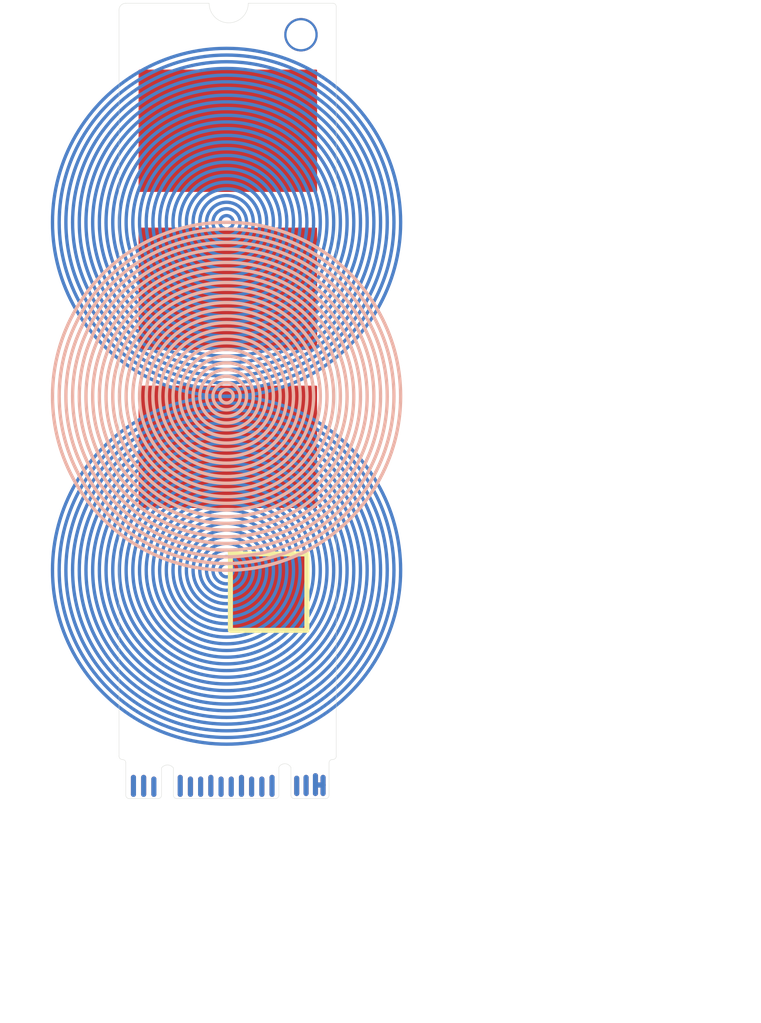
<source format=kicad_pcb>
(kicad_pcb (version 20221018) (generator pcbnew)

  (general
    (thickness 1.6)
  )

  (paper "A4")
  (layers
    (0 "F.Cu" signal)
    (31 "B.Cu" signal)
    (32 "B.Adhes" user "B.Adhesive")
    (33 "F.Adhes" user "F.Adhesive")
    (34 "B.Paste" user)
    (35 "F.Paste" user)
    (36 "B.SilkS" user "B.Silkscreen")
    (37 "F.SilkS" user "F.Silkscreen")
    (38 "B.Mask" user)
    (39 "F.Mask" user)
    (40 "Dwgs.User" user "User.Drawings")
    (41 "Cmts.User" user "User.Comments")
    (42 "Eco1.User" user "User.Eco1")
    (43 "Eco2.User" user "User.Eco2")
    (44 "Edge.Cuts" user)
    (45 "Margin" user)
    (46 "B.CrtYd" user "B.Courtyard")
    (47 "F.CrtYd" user "F.Courtyard")
    (48 "B.Fab" user)
    (49 "F.Fab" user)
    (50 "User.1" user)
    (51 "User.2" user)
    (52 "User.3" user)
    (53 "User.4" user)
    (54 "User.5" user)
    (55 "User.6" user)
    (56 "User.7" user)
    (57 "User.8" user)
    (58 "User.9" user)
  )

  (setup
    (stackup
      (layer "F.SilkS" (type "Top Silk Screen"))
      (layer "F.Paste" (type "Top Solder Paste"))
      (layer "F.Mask" (type "Top Solder Mask") (thickness 0.01))
      (layer "F.Cu" (type "copper") (thickness 0.035))
      (layer "dielectric 1" (type "core") (thickness 1.51) (material "FR4") (epsilon_r 4.5) (loss_tangent 0.02))
      (layer "B.Cu" (type "copper") (thickness 0.035))
      (layer "B.Mask" (type "Bottom Solder Mask") (thickness 0.01))
      (layer "B.Paste" (type "Bottom Solder Paste"))
      (layer "B.SilkS" (type "Bottom Silk Screen"))
      (copper_finish "None")
      (dielectric_constraints no)
    )
    (pad_to_mask_clearance 0)
    (pcbplotparams
      (layerselection 0x00010fc_ffffffff)
      (plot_on_all_layers_selection 0x0000000_00000000)
      (disableapertmacros false)
      (usegerberextensions false)
      (usegerberattributes true)
      (usegerberadvancedattributes true)
      (creategerberjobfile true)
      (dashed_line_dash_ratio 12.000000)
      (dashed_line_gap_ratio 3.000000)
      (svgprecision 4)
      (plotframeref false)
      (viasonmask false)
      (mode 1)
      (useauxorigin false)
      (hpglpennumber 1)
      (hpglpenspeed 20)
      (hpglpendiameter 15.000000)
      (dxfpolygonmode true)
      (dxfimperialunits true)
      (dxfusepcbnewfont true)
      (psnegative false)
      (psa4output false)
      (plotreference true)
      (plotvalue true)
      (plotinvisibletext false)
      (sketchpadsonfab false)
      (subtractmaskfromsilk false)
      (outputformat 1)
      (mirror false)
      (drillshape 1)
      (scaleselection 1)
      (outputdirectory "")
    )
  )

  (net 0 "")

  (gr_rect (start 75.4634 49.0982) (end 77.597 51.2318)
    (stroke (width 0.01) (type solid)) (fill solid) (layer "F.Cu") (tstamp 5b8dfeba-a0d0-4050-86fe-af13a50caeab))
  (gr_rect (start 72.6694 39.2938) (end 77.9526 42.9006)
    (stroke (width 0.05) (type solid)) (fill solid) (layer "F.Cu") (tstamp 89c7667b-8469-49f2-b029-57ecc6a5d8db))
  (gr_rect (start 72.6694 34.5694) (end 77.9526 38.1762)
    (stroke (width 0.05) (type solid)) (fill solid) (layer "F.Cu") (tstamp b42c6b8b-337a-4b7f-829c-c5b27dba26b7))
  (gr_rect (start 72.6694 44.0182) (end 77.9526 47.625)
    (stroke (width 0.05) (type solid)) (fill solid) (layer "F.Cu") (tstamp e6226141-8d7d-4edb-bf15-1e78b75331d5))
  (gr_circle (center 75.2729 49.51) (end 76.8729 49.51)
    (stroke (width 0.1) (type default)) (fill none) (layer "B.Cu") (tstamp 05b92211-9d4e-469a-9792-ec4350bd09f4))
  (gr_circle (center 75.2729 39.11) (end 79.4729 39.11)
    (stroke (width 0.1) (type default)) (fill none) (layer "B.Cu") (tstamp 0803686f-129a-4ffa-bb91-5a6cc7669c43))
  (gr_circle (center 75.2729 49.51) (end 77.4729 49.51)
    (stroke (width 0.1) (type default)) (fill none) (layer "B.Cu") (tstamp 08930121-8ed3-4587-b4b1-39b5141b3d45))
  (gr_circle (center 75.2729 39.11) (end 80.0729 39.11)
    (stroke (width 0.1) (type default)) (fill none) (layer "B.Cu") (tstamp 0b9415a6-5f9f-423f-8b96-9f09c46ea858))
  (gr_circle (center 75.2729 49.51) (end 80.0729 49.51)
    (stroke (width 0.1) (type default)) (fill none) (layer "B.Cu") (tstamp 1485ad93-2f78-41b7-af6f-8da3e14d2aac))
  (gr_circle (center 75.2729 49.51) (end 78.6729 49.51)
    (stroke (width 0.1) (type default)) (fill none) (layer "B.Cu") (tstamp 1e1e5fe9-7b7e-4ef8-ac20-fcbd630345a5))
  (gr_circle (center 75.2729 39.11) (end 78.0729 39.11)
    (stroke (width 0.1) (type default)) (fill none) (layer "B.Cu") (tstamp 1f5efac4-33c2-465c-8519-ec061aed4a20))
  (gr_circle (center 75.2729 39.11) (end 78.4729 39.11)
    (stroke (width 0.1) (type default)) (fill none) (layer "B.Cu") (tstamp 206eb99d-8c6a-43db-8f6d-727b5700466f))
  (gr_circle (center 75.2729 39.11) (end 78.2729 39.11)
    (stroke (width 0.1) (type default)) (fill none) (layer "B.Cu") (tstamp 22808fe1-6492-4f0d-86f9-c13ce7eeee8f))
  (gr_circle (center 75.2729 39.11) (end 75.8729 39.11)
    (stroke (width 0.1) (type default)) (fill none) (layer "B.Cu") (tstamp 28a916d7-e9a5-4f5a-928f-8468b16379df))
  (gr_circle (center 75.2729 39.11) (end 77.4729 39.11)
    (stroke (width 0.1) (type default)) (fill none) (layer "B.Cu") (tstamp 2b55b5e4-dd3e-4d52-b926-c786d42e2479))
  (gr_circle (center 75.2729 49.51) (end 77.0729 49.51)
    (stroke (width 0.1) (type default)) (fill none) (layer "B.Cu") (tstamp 2c12bbab-d5b8-4142-8e9e-0c88ee6e15af))
  (gr_circle (center 75.2729 39.11) (end 79.8729 39.11)
    (stroke (width 0.1) (type default)) (fill none) (layer "B.Cu") (tstamp 30a92c08-0a89-4dfa-a18c-038dc49ad31a))
  (gr_circle (center 75.2729 49.51) (end 79.4729 49.51)
    (stroke (width 0.1) (type default)) (fill none) (layer "B.Cu") (tstamp 353bbd74-70c3-4545-a3cf-42b65eca20c1))
  (gr_circle (center 75.2729 49.51) (end 78.4729 49.51)
    (stroke (width 0.1) (type default)) (fill none) (layer "B.Cu") (tstamp 35abd959-5d65-4958-97e4-cc8d88548e67))
  (gr_circle (center 75.2729 39.11) (end 76.0729 39.11)
    (stroke (width 0.1) (type default)) (fill none) (layer "B.Cu") (tstamp 371d7906-6290-4473-9db0-dbe2e9e4917c))
  (gr_circle (center 75.2729 39.11) (end 80.2729 39.11)
    (stroke (width 0.1) (type default)) (fill none) (layer "B.Cu") (tstamp 3c203d0c-9d59-4800-bc83-81056d7874f3))
  (gr_circle (center 75.2729 39.11) (end 75.679498 39.11)
    (stroke (width 0.1) (type default)) (fill none) (layer "B.Cu") (tstamp 3c8294d3-5ed6-4d17-a6e8-4789fde227ab))
  (gr_circle (center 75.2729 39.11) (end 77.6729 39.11)
    (stroke (width 0.1) (type default)) (fill none) (layer "B.Cu") (tstamp 473ae0bb-4662-4065-aeda-a1a5e113f09a))
  (gr_circle (center 75.2729 49.51) (end 80.2729 49.51)
    (stroke (width 0.1) (type default)) (fill none) (layer "B.Cu") (tstamp 4dcb159a-d4da-4d41-a557-eb02b23ac1e1))
  (gr_circle (center 75.2729 49.51) (end 75.8729 49.51)
    (stroke (width 0.1) (type default)) (fill none) (layer "B.Cu") (tstamp 4fd21d0a-b291-4c46-941b-ac10b2bfa94e))
  (gr_circle (center 75.2729 49.51) (end 79.6729 49.51)
    (stroke (width 0.1) (type default)) (fill none) (layer "B.Cu") (tstamp 52ce8d05-bb6e-4321-b572-44501705c47b))
  (gr_circle (center 75.2729 39.11) (end 77.8729 39.11)
    (stroke (width 0.1) (type default)) (fill none) (layer "B.Cu") (tstamp 568ac417-09f8-41ad-8753-7759b8623e53))
  (gr_circle (center 75.2729 39.11) (end 78.6729 39.11)
    (stroke (width 0.1) (type default)) (fill none) (layer "B.Cu") (tstamp 57221733-1efd-4cfd-9111-3ea57a4c2426))
  (gr_circle (center 75.2729 39.11) (end 75.4729 39.11)
    (stroke (width 0.1) (type default)) (fill none) (layer "B.Cu") (tstamp 5d3542a3-7d9f-4e70-b210-bcb20cef865a))
  (gr_circle (center 75.2729 39.11) (end 78.8729 39.11)
    (stroke (width 0.1) (type default)) (fill none) (layer "B.Cu") (tstamp 6410703c-9d7e-40fa-ad92-a4947a56e11f))
  (gr_circle (center 75.2729 39.11) (end 76.4729 39.11)
    (stroke (width 0.1) (type default)) (fill none) (layer "B.Cu") (tstamp 66a6ed52-babe-44f0-a332-b716e2bd5c9f))
  (gr_circle (center 75.2729 39.11) (end 77.0729 39.11)
    (stroke (width 0.1) (type default)) (fill none) (layer "B.Cu") (tstamp 6758547b-4a88-4a11-aa2e-3dcaa85b0d4d))
  (gr_circle (center 75.2729 49.51) (end 75.679498 49.51)
    (stroke (width 0.1) (type default)) (fill none) (layer "B.Cu") (tstamp 689ac12a-1dba-4a24-b623-d4b287d9489f))
  (gr_circle (center 75.2729 39.11) (end 76.2729 39.11)
    (stroke (width 0.1) (type default)) (fill none) (layer "B.Cu") (tstamp 6a9d0572-ebe8-462d-a776-f93e9fa0f720))
  (gr_circle (center 75.2729 39.11) (end 80.4729 39.11)
    (stroke (width 0.1) (type default)) (fill none) (layer "B.Cu") (tstamp 6af81ef0-3f03-4046-a32e-7a4e7a2403bb))
  (gr_circle (center 75.2729 49.51) (end 80.4729 49.51)
    (stroke (width 0.1) (type default)) (fill none) (layer "B.Cu") (tstamp 6d3ca166-a0ea-4b90-a262-28e63c3c2ebd))
  (gr_circle (center 75.2729 39.11) (end 79.2729 39.11)
    (stroke (width 0.1) (type default)) (fill none) (layer "B.Cu") (tstamp 72788866-110d-4958-9f47-19f8943f8f54))
  (gr_circle (center 75.2729 49.51) (end 77.8729 49.51)
    (stroke (width 0.1) (type default)) (fill none) (layer "B.Cu") (tstamp 791c598f-d8de-40fc-9149-02700d532fe0))
  (gr_circle (center 75.2729 49.51) (end 77.6729 49.51)
    (stroke (width 0.1) (type default)) (fill none) (layer "B.Cu") (tstamp 85bc70a0-1754-4366-ab43-861dbb984be3))
  (gr_circle (center 75.2729 49.51) (end 78.8729 49.51)
    (stroke (width 0.1) (type default)) (fill none) (layer "B.Cu") (tstamp 879e1c18-d921-4b05-a644-28593ee66b61))
  (gr_circle (center 75.2729 49.51) (end 79.2729 49.51)
    (stroke (width 0.1) (type default)) (fill none) (layer "B.Cu") (tstamp 9203e247-5c4c-44d8-8635-2edf6a12a60a))
  (gr_circle (center 75.2729 49.51) (end 79.0729 49.51)
    (stroke (width 0.1) (type default)) (fill none) (layer "B.Cu") (tstamp 962b2d99-9edc-46c9-926d-9bc50f78910e))
  (gr_circle (center 75.2729 49.51) (end 76.4729 49.51)
    (stroke (width 0.1) (type default)) (fill none) (layer "B.Cu") (tstamp 96dba05c-570f-493b-af03-12925a40e734))
  (gr_circle (center 75.2729 49.51) (end 78.2729 49.51)
    (stroke (width 0.1) (type default)) (fill none) (layer "B.Cu") (tstamp aa4bd41f-9efa-4a06-bcab-b5c8d7a57899))
  (gr_circle (center 75.2729 49.51) (end 75.4729 49.51)
    (stroke (width 0.1) (type default)) (fill none) (layer "B.Cu") (tstamp ab5c716c-4a30-4620-ac91-34ecdb1fd496))
  (gr_circle (center 75.2729 39.11) (end 79.6729 39.11)
    (stroke (width 0.1) (type default)) (fill none) (layer "B.Cu") (tstamp b0442df0-b74c-4c16-a75f-5f002ebaa7e6))
  (gr_circle (center 75.2729 49.51) (end 79.8729 49.51)
    (stroke (width 0.1) (type default)) (fill none) (layer "B.Cu") (tstamp b9062631-35ec-4793-9b6f-2d477ee97963))
  (gr_circle (center 75.2729 39.11) (end 76.6729 39.11)
    (stroke (width 0.1) (type default)) (fill none) (layer "B.Cu") (tstamp bb2042c8-52f8-4cf4-b6b4-772554f7aeb7))
  (gr_circle (center 75.2729 39.11) (end 76.8729 39.11)
    (stroke (width 0.1) (type default)) (fill none) (layer "B.Cu") (tstamp c4a17181-ef31-42ab-b33c-6a92eb3e4679))
  (gr_circle (center 75.2729 39.11) (end 79.0729 39.11)
    (stroke (width 0.1) (type default)) (fill none) (layer "B.Cu") (tstamp c4cfcf91-359d-4355-9561-93093d3779ab))
  (gr_circle (center 75.2729 49.51) (end 76.2729 49.51)
    (stroke (width 0.1) (type default)) (fill none) (layer "B.Cu") (tstamp d5863235-2c13-4c5a-91fc-1231ec7eade9))
  (gr_circle (center 75.2729 39.11) (end 77.2729 39.11)
    (stroke (width 0.1) (type default)) (fill none) (layer "B.Cu") (tstamp d65b8f91-12ac-441c-a97d-986f21010595))
  (gr_circle (center 75.2729 49.51) (end 77.2729 49.51)
    (stroke (width 0.1) (type default)) (fill none) (layer "B.Cu") (tstamp d9e53614-e04c-4478-9fa3-f2cbcd892e90))
  (gr_circle (center 75.2729 49.51) (end 76.0729 49.51)
    (stroke (width 0.1) (type default)) (fill none) (layer "B.Cu") (tstamp dc7f0c6e-79fd-4e09-8d9c-47311ce6a6f9))
  (gr_circle (center 75.2729 49.51) (end 78.0729 49.51)
    (stroke (width 0.1) (type default)) (fill none) (layer "B.Cu") (tstamp df2fc426-6371-4757-bdd3-952e21499c5d))
  (gr_circle (center 75.2729 49.51) (end 76.6729 49.51)
    (stroke (width 0.1) (type default)) (fill none) (layer "B.Cu") (tstamp ebe2160e-143d-4495-b9a6-ab3af307c010))
  (gr_circle (center 75.2729 44.31) (end 75.4729 44.31)
    (stroke (width 0.1) (type default)) (fill none) (layer "B.SilkS") (tstamp 1135de3e-d546-4e2b-a05c-7c13f61722eb))
  (gr_circle (center 75.2729 44.31) (end 78.6729 44.31)
    (stroke (width 0.1) (type default)) (fill none) (layer "B.SilkS") (tstamp 251aafc3-3b57-4ab7-839e-94300b42bce8))
  (gr_circle (center 75.2729 44.31) (end 76.8729 44.31)
    (stroke (width 0.1) (type default)) (fill none) (layer "B.SilkS") (tstamp 25b7f601-9cff-4864-ae53-faa581119f80))
  (gr_circle (center 75.2729 44.31) (end 79.2729 44.31)
    (stroke (width 0.1) (type default)) (fill none) (layer "B.SilkS") (tstamp 25ead3ee-d331-47c4-9330-ef843e37862a))
  (gr_circle (center 75.2729 44.31) (end 80.2729 44.31)
    (stroke (width 0.1) (type default)) (fill none) (layer "B.SilkS") (tstamp 3c2ae1c3-ca67-4afc-88da-27033970f085))
  (gr_circle (center 75.2729 44.31) (end 76.4729 44.31)
    (stroke (width 0.1) (type default)) (fill none) (layer "B.SilkS") (tstamp 40f4d4c9-3eeb-4cf6-b202-3e34716cf6eb))
  (gr_circle (center 75.2729 44.31) (end 78.4729 44.31)
    (stroke (width 0.1) (type default)) (fill none) (layer "B.SilkS") (tstamp 4420ae7a-3c1f-4727-9310-89191ba9c682))
  (gr_circle (center 75.2729 44.31) (end 78.0729 44.31)
    (stroke (width 0.1) (type default)) (fill none) (layer "B.SilkS") (tstamp 4bd21295-a31b-493c-b9d2-159193be4167))
  (gr_circle (center 75.2729 44.31) (end 76.0729 44.31)
    (stroke (width 0.1) (type default)) (fill none) (layer "B.SilkS") (tstamp 4f631da7-9a8c-4586-b4a8-057e454d6ab2))
  (gr_circle (center 75.2729 44.31) (end 79.0729 44.31)
    (stroke (width 0.1) (type default)) (fill none) (layer "B.SilkS") (tstamp 60629ba6-f1f1-4b88-a1d6-bf58137a60b8))
  (gr_circle (center 75.2729 44.31) (end 77.0729 44.31)
    (stroke (width 0.1) (type default)) (fill none) (layer "B.SilkS") (tstamp 7428b22b-a14b-4481-87e7-d2aa8da4ab16))
  (gr_circle (center 75.2729 44.31) (end 79.8729 44.31)
    (stroke (width 0.1) (type default)) (fill none) (layer "B.SilkS") (tstamp 83e1287a-06af-4da3-8524-c8c31a00cd65))
  (gr_circle (center 75.2729 44.31) (end 78.8729 44.31)
    (stroke (width 0.1) (type default)) (fill none) (layer "B.SilkS") (tstamp 85fc4c70-e682-4689-af3c-d3f8ad1310e2))
  (gr_circle (center 75.2729 44.31) (end 75.8729 44.31)
    (stroke (width 0.1) (type default)) (fill none) (layer "B.SilkS") (tstamp 8fcd6631-d119-4583-8a52-8f5281b74fe2))
  (gr_circle (center 75.2729 44.31) (end 79.4729 44.31)
    (stroke (width 0.1) (type default)) (fill none) (layer "B.SilkS") (tstamp 992fb001-a1a7-4bdd-804a-44638a436b07))
  (gr_circle (center 75.2729 44.31) (end 75.679498 44.31)
    (stroke (width 0.1) (type default)) (fill none) (layer "B.SilkS") (tstamp 9e06fb69-60db-4d37-b2cb-504f52b6819a))
  (gr_circle (center 75.2729 44.31) (end 78.2729 44.31)
    (stroke (width 0.1) (type default)) (fill none) (layer "B.SilkS") (tstamp a47cbc26-acb3-445d-affa-41c22fa7c7f3))
  (gr_circle (center 75.2729 44.31) (end 77.4729 44.31)
    (stroke (width 0.1) (type default)) (fill none) (layer "B.SilkS") (tstamp c8c58867-0a8a-4f5e-87bb-d9413330eaf9))
  (gr_circle (center 75.2729 44.31) (end 77.6729 44.31)
    (stroke (width 0.1) (type default)) (fill none) (layer "B.SilkS") (tstamp d114981b-b000-4b8a-a547-327ccac70c93))
  (gr_circle (center 75.2729 44.31) (end 80.4729 44.31)
    (stroke (width 0.1) (type default)) (fill none) (layer "B.SilkS") (tstamp d97d6d8b-8562-441b-ab1d-f0f88bbf2bed))
  (gr_circle (center 75.2729 44.31) (end 76.2729 44.31)
    (stroke (width 0.1) (type default)) (fill none) (layer "B.SilkS") (tstamp dd2a3193-c83f-41ac-9d0e-f6fa739ba3b6))
  (gr_circle (center 75.2729 44.31) (end 77.2729 44.31)
    (stroke (width 0.1) (type default)) (fill none) (layer "B.SilkS") (tstamp de364fc9-e4f2-4a2e-840c-3ba26e3e0019))
  (gr_circle (center 75.2729 44.31) (end 76.6729 44.31)
    (stroke (width 0.1) (type default)) (fill none) (layer "B.SilkS") (tstamp e5549823-a6d5-4301-8d2b-f20765634b6f))
  (gr_circle (center 75.2729 44.31) (end 80.0729 44.31)
    (stroke (width 0.1) (type default)) (fill none) (layer "B.SilkS") (tstamp f29e7cab-01bf-41b6-a735-f8dcf32ccb82))
  (gr_circle (center 75.2729 44.31) (end 77.8729 44.31)
    (stroke (width 0.1) (type default)) (fill none) (layer "B.SilkS") (tstamp f40acc3d-0b7a-4c5d-ac18-f3263e18e51d))
  (gr_circle (center 75.2729 44.31) (end 79.6729 44.31)
    (stroke (width 0.1) (type default)) (fill none) (layer "B.SilkS") (tstamp fec39366-4df2-4236-8e43-b49ebaa4a24a))
  (gr_rect (start 75.3872 49.022) (end 77.6732 51.308)
    (stroke (width 0.15) (type default)) (fill none) (layer "F.SilkS") (tstamp 8446c222-f2b0-46a4-a2f0-85127cd459f0))
  (gr_circle (center 75.2729 49.51) (end 80.4729 49.51)
    (stroke (width 0.254) (type solid)) (fill solid) (layer "B.Mask") (tstamp 5b70ec8b-b328-494d-8137-87b9da26ca35))
  (gr_circle (center 75.2729 39.11) (end 80.4729 39.11)
    (stroke (width 0.254) (type solid)) (fill solid) (layer "B.Mask") (tstamp a5455bcb-813b-438b-8de3-3322e1e9b01e))
  (gr_rect (start 72.6694 34.5694) (end 77.9526 38.1762)
    (stroke (width 0.05) (type solid)) (fill solid) (layer "F.Mask") (tstamp 007f04ca-0f09-4690-af24-7ff42fd01193))
  (gr_rect (start 72.6694 44.0182) (end 77.9526 47.625)
    (stroke (width 0.05) (type solid)) (fill solid) (layer "F.Mask") (tstamp 02f7dbb5-9d04-4868-a232-db2972655c6f))
  (gr_rect (start 72.263 55.3466) (end 78.3336 56.3372)
    (stroke (width 0.0254) (type solid)) (fill solid) (layer "F.Mask") (tstamp 129c1c2c-e4f5-46de-a902-533e8bf5eb75))
  (gr_rect (start 75.4634 49.0982) (end 77.597 51.2318)
    (stroke (width 0.01) (type solid)) (fill solid) (layer "F.Mask") (tstamp 3625a93a-925f-46ea-8840-6351278ef56e))
  (gr_rect (start 72.6694 39.2938) (end 77.9526 42.9006)
    (stroke (width 0.05) (type solid)) (fill solid) (layer "F.Mask") (tstamp d427f55b-8ae6-4cc5-9948-eab62cc458df))
  (gr_arc (start 72.163 55.1688) (mid 72.233711 55.198089) (end 72.263 55.2688)
    (stroke (width 0.01) (type default)) (layer "Edge.Cuts") (tstamp 0139c63c-3890-4937-9219-dedfafe0f58c))
  (gr_arc (start 72.0598 32.7628) (mid 72.118379 32.621379) (end 72.2598 32.5628)
    (stroke (width 0.01) (type default)) (layer "Edge.Cuts") (tstamp 0bd0ff86-25d6-44ca-b9ad-6ef143dcfca7))
  (gr_line (start 72.263 55.2688) (end 72.263 56.2372)
    (stroke (width 0.01) (type default)) (layer "Edge.Cuts") (tstamp 10dd4769-b06a-4670-92eb-1cad812ac0b2))
  (gr_arc (start 76.835 55.3974) (mid 77.018482 55.294297) (end 77.195962 55.407419)
    (stroke (width 0.01) (type default)) (layer "Edge.Cuts") (tstamp 150d15f4-a7dd-4c68-9868-1664633a3220))
  (gr_line (start 73.7854 56.3372) (end 76.735 56.3372)
    (stroke (width 0.01) (type default)) (layer "Edge.Cuts") (tstamp 1a0d8c79-2826-4d79-a468-483e449359a4))
  (gr_line (start 76.835 56.2372) (end 76.835 55.3974)
    (stroke (width 0.01) (type default)) (layer "Edge.Cuts") (tstamp 1f9f22fa-ef2f-4556-9e26-d219383f635d))
  (gr_line (start 77.31 56.3372) (end 77.295962 56.3372)
    (stroke (width 0.01) (type default)) (layer "Edge.Cuts") (tstamp 24be0227-726e-4596-bb84-9c4157ea7382))
  (gr_arc (start 78.45 32.5628) (mid 78.520711 32.592089) (end 78.55 32.6628)
    (stroke (width 0.01) (type default)) (layer "Edge.Cuts") (tstamp 2bd137c2-c674-4a3c-bcb6-27e2e128178a))
  (gr_line (start 74.7522 32.5628) (end 72.2598 32.5628)
    (stroke (width 0.01) (type default)) (layer "Edge.Cuts") (tstamp 38220fbf-216a-4946-a7bd-59bad2871062))
  (gr_arc (start 77.295962 56.3372) (mid 77.225276 56.307897) (end 77.195962 56.2372)
    (stroke (width 0.01) (type default)) (layer "Edge.Cuts") (tstamp 3b475575-36c6-45c1-ba64-413295a8020c))
  (gr_line (start 75.9206 32.5628) (end 78.45 32.5628)
    (stroke (width 0.01) (type default)) (layer "Edge.Cuts") (tstamp 3c296a85-719d-408f-86ef-824911671eb3))
  (gr_arc (start 73.7854 56.3372) (mid 73.714689 56.307911) (end 73.6854 56.2372)
    (stroke (width 0.01) (type default)) (layer "Edge.Cuts") (tstamp 432fe42c-04a5-48be-80ce-dc80d4617c82))
  (gr_arc (start 78.3336 55.2688) (mid 78.362889 55.198089) (end 78.4336 55.1688)
    (stroke (width 0.01) (type default)) (layer "Edge.Cuts") (tstamp 43f0b4c1-e418-4f0f-bfe7-bc4f270cfd4a))
  (gr_line (start 78.55 32.6628) (end 78.55 55.0688)
    (stroke (width 0.01) (type default)) (layer "Edge.Cuts") (tstamp 4461b50c-844f-407e-916c-7ea9975afa2e))
  (gr_line (start 73.6854 56.2372) (end 73.6854 55.4228)
    (stroke (width 0.01) (type default)) (layer "Edge.Cuts") (tstamp 47875fee-579b-4787-afc3-d63a36bf1535))
  (gr_line (start 72.0598 55.0688) (end 72.0598 32.7628)
    (stroke (width 0.01) (type default)) (layer "Edge.Cuts") (tstamp 568a9502-effe-4427-9cb8-b9f3ebd77f46))
  (gr_line (start 73.3298 55.4228) (end 73.3298 56.2372)
    (stroke (width 0.01) (type default)) (layer "Edge.Cuts") (tstamp 5f73de97-d826-46ca-9c73-8db9f36f37be))
  (gr_arc (start 73.3298 56.2372) (mid 73.300511 56.307911) (end 73.2298 56.3372)
    (stroke (width 0.01) (type default)) (layer "Edge.Cuts") (tstamp 6e405515-3def-400f-b292-8c03759c5394))
  (gr_line (start 77.31 56.3372) (end 78.2336 56.3372)
    (stroke (width 0.01) (type default)) (layer "Edge.Cuts") (tstamp 6f144141-08f2-4664-9786-35172f22d4e3))
  (gr_arc (start 78.55 55.0688) (mid 78.520711 55.139511) (end 78.45 55.1688)
    (stroke (width 0.01) (type default)) (layer "Edge.Cuts") (tstamp 7fc5617b-ea8c-484b-80a1-af95001c5b6b))
  (gr_line (start 72.163 55.1688) (end 72.1598 55.1688)
    (stroke (width 0.01) (type default)) (layer "Edge.Cuts") (tstamp 8ce67c69-5c29-44c2-87c5-37c264282fbe))
  (gr_line (start 72.363 56.3372) (end 73.2298 56.3372)
    (stroke (width 0.01) (type default)) (layer "Edge.Cuts") (tstamp 922cbcc6-cd73-413f-be57-50212099a81e))
  (gr_line (start 77.195962 56.2) (end 77.195962 56.2372)
    (stroke (width 0.01) (type default)) (layer "Edge.Cuts") (tstamp 970fcdd1-0ad7-4c25-b4fe-0899c909ead7))
  (gr_line (start 78.3336 56.2372) (end 78.3336 55.2688)
    (stroke (width 0.01) (type default)) (layer "Edge.Cuts") (tstamp a1caeef5-b316-4012-913b-80f4ce96de66))
  (gr_line (start 78.45 55.1688) (end 78.4336 55.1688)
    (stroke (width 0.01) (type default)) (layer "Edge.Cuts") (tstamp a45f8b88-d5e6-4a3f-8b08-0ab3e8723d69))
  (gr_arc (start 75.9206 32.5628) (mid 75.3364 33.147) (end 74.7522 32.5628)
    (stroke (width 0.01) (type default)) (layer "Edge.Cuts") (tstamp aa88b04f-d1e6-45c4-b340-b01f4e4c41de))
  (gr_arc (start 76.835 56.2372) (mid 76.805711 56.307911) (end 76.735 56.3372)
    (stroke (width 0.01) (type default)) (layer "Edge.Cuts") (tstamp ac0beb32-0ee5-4060-808f-1965f48d1a79))
  (gr_arc (start 72.1598 55.1688) (mid 72.089089 55.139511) (end 72.0598 55.0688)
    (stroke (width 0.01) (type default)) (layer "Edge.Cuts") (tstamp bf8792cf-295d-40a2-9cb4-0c55a848224d))
  (gr_arc (start 78.3336 56.2372) (mid 78.304311 56.307911) (end 78.2336 56.3372)
    (stroke (width 0.01) (type default)) (layer "Edge.Cuts") (tstamp d0384ff2-b3dc-48c2-8ddc-cd6ad45d5685))
  (gr_arc (start 72.363 56.3372) (mid 72.292289 56.307911) (end 72.263 56.2372)
    (stroke (width 0.01) (type default)) (layer "Edge.Cuts") (tstamp dc831e3f-f025-401f-9316-e0aeee5d4f84))
  (gr_arc (start 73.3298 55.4228) (mid 73.5076 55.331301) (end 73.6854 55.4228)
    (stroke (width 0.01) (type default)) (layer "Edge.Cuts") (tstamp f7221e21-502b-4b07-8ee9-f17ab34bbd35))
  (gr_line (start 77.195962 55.407419) (end 77.195962 56.2)
    (stroke (width 0.01) (type default)) (layer "Edge.Cuts") (tstamp f981cf9b-139b-446b-9516-fbcf30518dcb))
  (dimension (type aligned) (layer "Cmts.User") (tstamp 154c48f7-9bff-4f7e-a053-13d87b3f8280)
    (pts (xy 72.0598 55.0688) (xy 78.55 55.0688))
    (height 7.3136)
    (gr_text "0.2555 in" (at 75.3049 60.5824) (layer "Cmts.User") (tstamp 154c48f7-9bff-4f7e-a053-13d87b3f8280)
      (effects (font (size 1.5 1.5) (thickness 0.3)))
    )
    (format (prefix "") (suffix "") (units 3) (units_format 1) (precision 4))
    (style (thickness 0.2) (arrow_length 1.27) (text_position_mode 0) (extension_height 0.58642) (extension_offset 0.5) keep_text_aligned)
  )
  (dimension (type aligned) (layer "Cmts.User") (tstamp b696df06-6c80-453d-a3f3-7eb768988968)
    (pts (xy 75.2602 56.3372) (xy 75.3364 32.5628))
    (height 10.231508)
    (gr_text "0.9360 in" (at 83.729764 44.477024 89.81636031) (layer "Cmts.User") (tstamp b696df06-6c80-453d-a3f3-7eb768988968)
      (effects (font (size 1.5 1.5) (thickness 0.3)))
    )
    (format (prefix "") (suffix "") (units 3) (units_format 1) (precision 4))
    (style (thickness 0.2) (arrow_length 1.27) (text_position_mode 0) (extension_height 0.58642) (extension_offset 0.5) keep_text_aligned)
  )

  (segment (start 78.1558 55.9308) (end 78.1558 55.7022) (width 0.1524) (layer "F.Cu") (net 0) (tstamp 09a61a44-b608-473c-9205-2a5e9632174b))
  (segment (start 76.6318 55.7022) (end 76.6318 56.2102) (width 0.1524) (layer "F.Cu") (net 0) (tstamp 0e25ad75-a7e7-4d5b-b8a1-cf4e835b560b))
  (segment (start 78.1558 55.9308) (end 77.978 55.9308) (width 0.1524) (layer "F.Cu") (net 0) (tstamp 3c5434f9-f3b6-4559-9414-81008ac13171))
  (segment (start 72.7964 55.7022) (end 72.7964 56.2102) (width 0.1524) (layer "F.Cu") (net 0) (tstamp 47aa02b8-715e-4607-ab9e-f06f05691528))
  (segment (start 77.9272 56.1848) (end 77.9272 55.88) (width 0.1524) (layer "F.Cu") (net 0) (tstamp 849c25e2-558d-4a9f-95fc-9ab73585acf9))
  (segment (start 74.803 55.7022) (end 74.803 56.2102) (width 0.1524) (layer "F.Cu") (net 0) (tstamp 8b3903b6-fa1b-4eac-bf22-9a81f8ccb7da))
  (segment (start 73.8886 56.2102) (end 73.8886 55.7022) (width 0.1524) (layer "F.Cu") (net 0) (tstamp 8fb43414-a3bb-4bb9-8619-8ef5358ed217))
  (segment (start 75.1078 55.753) (end 75.1078 56.2102) (width 0.1524) (layer "F.Cu") (net 0) (tstamp 9c5ec00b-16e9-4806-bbab-6f0a8e690ab5))
  (segment (start 76.327 56.2102) (end 76.327 55.753) (width 0.1524) (layer "F.Cu") (net 0) (tstamp a1e5485c-5eec-4527-a8c0-556071f7cf7d))
  (segment (start 77.6478 55.7022) (end 77.6478 56.1848) (width 0.1524) (layer "F.Cu") (net 0) (tstamp a87d3e30-9a2f-40e5-bc6a-7ba090012f0f))
  (segment (start 74.1934 55.753) (end 74.1934 56.2102) (width 0.1524) (layer "F.Cu") (net 0) (tstamp b5988603-b085-4b9b-b582-4f634cc93b53))
  (segment (start 74.4982 55.753) (end 74.4982 56.2102) (width 0.1524) (layer "F.Cu") (net 0) (tstamp bec951e1-b8e6-446f-a694-b832a6a1a814))
  (segment (start 77.3684 55.7276) (end 77.3684 56.1848) (width 0.1524) (layer "F.Cu") (net 0) (tstamp bf2dc7b4-a5cd-4a51-ada0-28e2a5309263))
  (segment (start 75.4126 56.2102) (end 75.4126 55.753) (width 0.1524) (layer "F.Cu") (net 0) (tstamp d21434e9-4069-4b9f-b1ed-23aecdb850a1))
  (segment (start 76.0222 55.753) (end 76.0222 56.2102) (width 0.1524) (layer "F.Cu") (net 0) (tstamp d3717614-7ac8-4351-a2ee-b79ec49e15c5))
  (segment (start 72.4916 55.7022) (end 72.4916 56.2102) (width 0.1524) (layer "F.Cu") (net 0) (tstamp d399b70b-650b-44ac-99e7-0f272482dfe4))
  (segment (start 73.1012 56.2102) (end 73.1012 55.753) (width 0.1524) (layer "F.Cu") (net 0) (tstamp da4b74c4-ce8c-4a59-8c27-106946ab6fbb))
  (segment (start 77.978 55.9308) (end 77.9272 55.88) (width 0.1524) (layer "F.Cu") (net 0) (tstamp e44f5b30-6ac0-4114-a2d9-74bac8c46288))
  (segment (start 75.7174 55.7022) (end 75.7174 56.2102) (width 0.1524) (layer "F.Cu") (net 0) (tstamp ef4b4213-6aec-470b-b90a-d7aeee5006d6))
  (segment (start 77.9272 55.88) (end 77.9272 55.6514) (width 0.1524) (layer "F.Cu") (net 0) (tstamp ef7c770c-d73b-478b-bc81-96b75343de5b))
  (segment (start 78.1558 56.1848) (end 78.1558 55.9308) (width 0.1524) (layer "F.Cu") (net 0) (tstamp f35f6bb6-f0ac-416c-81e1-80d5b25bbb5b))
  (via (at 77.4954 33.5026) (size 1) (drill 0.864) (layers "F.Cu" "B.Cu") (net 0) (tstamp 6379f970-d391-4134-a313-a1af2c8ccde7))
  (segment (start 78.1558 55.9308) (end 78.1558 55.7022) (width 0.1524) (layer "B.Cu") (net 0) (tstamp 0dc94dc3-c757-47be-a8ea-cf404d97573c))
  (segment (start 74.4982 55.753) (end 74.4982 56.2102) (width 0.1524) (layer "B.Cu") (net 0) (tstamp 24cd8a3f-8581-4a0a-9bb8-bba5cb721e9c))
  (segment (start 75.7174 55.7022) (end 75.7174 56.2102) (width 0.1524) (layer "B.Cu") (net 0) (tstamp 2d5dc25c-e9ef-4591-9af9-de5f72e123ae))
  (segment (start 77.6478 55.7022) (end 77.6478 56.1848) (width 0.1524) (layer "B.Cu") (net 0) (tstamp 369e409d-5945-4ec3-b604-30d4a83cb696))
  (segment (start 75.4126 56.2102) (end 75.4126 55.753) (width 0.1524) (layer "B.Cu") (net 0) (tstamp 48d1f84f-8528-4480-b428-b891a531481a))
  (segment (start 74.803 55.7022) (end 74.803 56.2102) (width 0.1524) (layer "B.Cu") (net 0) (tstamp 4dde48ac-ba95-4e6e-935d-c193913c56c7))
  (segment (start 72.7964 55.7022) (end 72.7964 56.2102) (width 0.1524) (layer "B.Cu") (net 0) (tstamp 584a5573-515b-4e7a-b265-6f05fae7b57a))
  (segment (start 77.3684 55.7276) (end 77.3684 56.1848) (width 0.1524) (layer "B.Cu") (net 0) (tstamp 6c2399fc-9d9d-46f3-8d8e-3c0776eb59c3))
  (segment (start 78.1558 56.1848) (end 78.1558 55.9308) (width 0.1524) (layer "B.Cu") (net 0) (tstamp 6d6c36ca-140b-42d8-b22c-b2a994dd595a))
  (segment (start 78.1558 55.9308) (end 77.978 55.9308) (width 0.1524) (layer "B.Cu") (net 0) (tstamp 839a5306-9e58-4e4a-b7f4-e5512627f52c))
  (segment (start 76.6318 55.7022) (end 76.6318 56.2102) (width 0.1524) (layer "B.Cu") (net 0) (tstamp 9b6e0735-cede-44ac-98f4-012cc50f76e0))
  (segment (start 76.327 56.2102) (end 76.327 55.753) (width 0.1524) (layer "B.Cu") (net 0) (tstamp 9b8062f0-45de-471d-950e-51bc6a93e61d))
  (segment (start 73.1012 56.2102) (end 73.1012 55.753) (width 0.1524) (layer "B.Cu") (net 0) (tstamp 9b9b5b9f-ba65-4905-82b2-4fb0111705ac))
  (segment (start 72.4916 55.7022) (end 72.4916 56.2102) (width 0.1524) (layer "B.Cu") (net 0) (tstamp a25feac3-a525-4c71-95d2-24f2b1266862))
  (segment (start 73.8886 56.2102) (end 73.8886 55.7022) (width 0.1524) (layer "B.Cu") (net 0) (tstamp a31682f3-8277-4cdb-9b3b-ad4e8a5718b5))
  (segment (start 74.1934 55.753) (end 74.1934 56.2102) (width 0.1524) (layer "B.Cu") (net 0) (tstamp aa809da7-8630-4dbf-8329-a3a93a72ec01))
  (segment (start 76.0222 55.753) (end 76.0222 56.2102) (width 0.1524) (layer "B.Cu") (net 0) (tstamp d4679119-b82d-4cea-aa14-a937eeb5fe4d))
  (segment (start 77.9272 56.1848) (end 77.9272 55.88) (width 0.1524) (layer "B.Cu") (net 0) (tstamp de45498b-3d0b-41af-823f-90d7ec61350a))
  (segment (start 77.9272 55.88) (end 77.9272 55.6514) (width 0.1524) (layer "B.Cu") (net 0) (tstamp e12d312a-d888-4587-b829-8bce5e9e528c))
  (segment (start 77.978 55.9308) (end 77.9272 55.88) (width 0.1524) (layer "B.Cu") (net 0) (tstamp ebf23fa0-0620-40b3-9ac4-35effc8e7d0b))
  (segment (start 75.1078 55.753) (end 75.1078 56.2102) (width 0.1524) (layer "B.Cu") (net 0) (tstamp f2a23563-e9a6-4388-9c6e-713c7cdc7df1))

)

</source>
